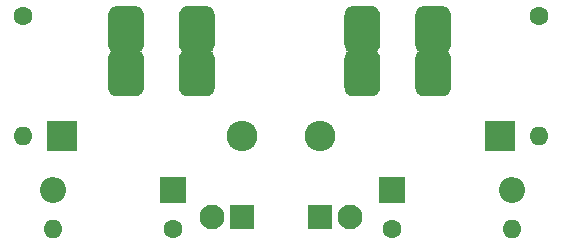
<source format=gbr>
G04 #@! TF.GenerationSoftware,KiCad,Pcbnew,5.1.5*
G04 #@! TF.CreationDate,2019-12-31T20:12:46-05:00*
G04 #@! TF.ProjectId,cm300-board,636d3330-302d-4626-9f61-72642e6b6963,rev?*
G04 #@! TF.SameCoordinates,Original*
G04 #@! TF.FileFunction,Copper,L1,Top*
G04 #@! TF.FilePolarity,Positive*
%FSLAX46Y46*%
G04 Gerber Fmt 4.6, Leading zero omitted, Abs format (unit mm)*
G04 Created by KiCad (PCBNEW 5.1.5) date 2019-12-31 20:12:46*
%MOMM*%
%LPD*%
G04 APERTURE LIST*
%ADD10C,0.100000*%
%ADD11O,1.600000X1.600000*%
%ADD12C,1.600000*%
%ADD13O,2.600000X2.600000*%
%ADD14R,2.600000X2.600000*%
%ADD15C,2.100000*%
%ADD16R,2.100000X2.100000*%
%ADD17O,2.200000X2.200000*%
%ADD18R,2.200000X2.200000*%
G04 APERTURE END LIST*
G04 #@! TA.AperFunction,ComponentPad*
D10*
G36*
X-972316487Y1053556389D02*
G01*
X-972243682Y1053545589D01*
X-972172286Y1053527705D01*
X-972102987Y1053502910D01*
X-972036452Y1053471441D01*
X-971973322Y1053433602D01*
X-971914205Y1053389758D01*
X-971859670Y1053340330D01*
X-971810242Y1053285795D01*
X-971766398Y1053226678D01*
X-971728559Y1053163548D01*
X-971697090Y1053097013D01*
X-971672295Y1053027714D01*
X-971654411Y1052956318D01*
X-971643611Y1052883513D01*
X-971640000Y1052810000D01*
X-971640000Y1050310000D01*
X-971643611Y1050236487D01*
X-971654411Y1050163682D01*
X-971672295Y1050092286D01*
X-971697090Y1050022987D01*
X-971728559Y1049956452D01*
X-971766398Y1049893322D01*
X-971810242Y1049834205D01*
X-971859670Y1049779670D01*
X-971914205Y1049730242D01*
X-971973322Y1049686398D01*
X-972036452Y1049648559D01*
X-972102987Y1049617090D01*
X-972172286Y1049592295D01*
X-972243682Y1049574411D01*
X-972316487Y1049563611D01*
X-972390000Y1049560000D01*
X-973890000Y1049560000D01*
X-973963513Y1049563611D01*
X-974036318Y1049574411D01*
X-974107714Y1049592295D01*
X-974177013Y1049617090D01*
X-974243548Y1049648559D01*
X-974306678Y1049686398D01*
X-974365795Y1049730242D01*
X-974420330Y1049779670D01*
X-974469758Y1049834205D01*
X-974513602Y1049893322D01*
X-974551441Y1049956452D01*
X-974582910Y1050022987D01*
X-974607705Y1050092286D01*
X-974625589Y1050163682D01*
X-974636389Y1050236487D01*
X-974640000Y1050310000D01*
X-974640000Y1052810000D01*
X-974636389Y1052883513D01*
X-974625589Y1052956318D01*
X-974607705Y1053027714D01*
X-974582910Y1053097013D01*
X-974551441Y1053163548D01*
X-974513602Y1053226678D01*
X-974469758Y1053285795D01*
X-974420330Y1053340330D01*
X-974365795Y1053389758D01*
X-974306678Y1053433602D01*
X-974243548Y1053471441D01*
X-974177013Y1053502910D01*
X-974107714Y1053527705D01*
X-974036318Y1053545589D01*
X-973963513Y1053556389D01*
X-973890000Y1053560000D01*
X-972390000Y1053560000D01*
X-972316487Y1053556389D01*
G37*
G04 #@! TD.AperFunction*
G04 #@! TA.AperFunction,ComponentPad*
G36*
X-972316487Y1057216389D02*
G01*
X-972243682Y1057205589D01*
X-972172286Y1057187705D01*
X-972102987Y1057162910D01*
X-972036452Y1057131441D01*
X-971973322Y1057093602D01*
X-971914205Y1057049758D01*
X-971859670Y1057000330D01*
X-971810242Y1056945795D01*
X-971766398Y1056886678D01*
X-971728559Y1056823548D01*
X-971697090Y1056757013D01*
X-971672295Y1056687714D01*
X-971654411Y1056616318D01*
X-971643611Y1056543513D01*
X-971640000Y1056470000D01*
X-971640000Y1053970000D01*
X-971643611Y1053896487D01*
X-971654411Y1053823682D01*
X-971672295Y1053752286D01*
X-971697090Y1053682987D01*
X-971728559Y1053616452D01*
X-971766398Y1053553322D01*
X-971810242Y1053494205D01*
X-971859670Y1053439670D01*
X-971914205Y1053390242D01*
X-971973322Y1053346398D01*
X-972036452Y1053308559D01*
X-972102987Y1053277090D01*
X-972172286Y1053252295D01*
X-972243682Y1053234411D01*
X-972316487Y1053223611D01*
X-972390000Y1053220000D01*
X-973890000Y1053220000D01*
X-973963513Y1053223611D01*
X-974036318Y1053234411D01*
X-974107714Y1053252295D01*
X-974177013Y1053277090D01*
X-974243548Y1053308559D01*
X-974306678Y1053346398D01*
X-974365795Y1053390242D01*
X-974420330Y1053439670D01*
X-974469758Y1053494205D01*
X-974513602Y1053553322D01*
X-974551441Y1053616452D01*
X-974582910Y1053682987D01*
X-974607705Y1053752286D01*
X-974625589Y1053823682D01*
X-974636389Y1053896487D01*
X-974640000Y1053970000D01*
X-974640000Y1056470000D01*
X-974636389Y1056543513D01*
X-974625589Y1056616318D01*
X-974607705Y1056687714D01*
X-974582910Y1056757013D01*
X-974551441Y1056823548D01*
X-974513602Y1056886678D01*
X-974469758Y1056945795D01*
X-974420330Y1057000330D01*
X-974365795Y1057049758D01*
X-974306678Y1057093602D01*
X-974243548Y1057131441D01*
X-974177013Y1057162910D01*
X-974107714Y1057187705D01*
X-974036318Y1057205589D01*
X-973963513Y1057216389D01*
X-973890000Y1057220000D01*
X-972390000Y1057220000D01*
X-972316487Y1057216389D01*
G37*
G04 #@! TD.AperFunction*
G04 #@! TA.AperFunction,ComponentPad*
G36*
X-978316487Y1053556389D02*
G01*
X-978243682Y1053545589D01*
X-978172286Y1053527705D01*
X-978102987Y1053502910D01*
X-978036452Y1053471441D01*
X-977973322Y1053433602D01*
X-977914205Y1053389758D01*
X-977859670Y1053340330D01*
X-977810242Y1053285795D01*
X-977766398Y1053226678D01*
X-977728559Y1053163548D01*
X-977697090Y1053097013D01*
X-977672295Y1053027714D01*
X-977654411Y1052956318D01*
X-977643611Y1052883513D01*
X-977640000Y1052810000D01*
X-977640000Y1050310000D01*
X-977643611Y1050236487D01*
X-977654411Y1050163682D01*
X-977672295Y1050092286D01*
X-977697090Y1050022987D01*
X-977728559Y1049956452D01*
X-977766398Y1049893322D01*
X-977810242Y1049834205D01*
X-977859670Y1049779670D01*
X-977914205Y1049730242D01*
X-977973322Y1049686398D01*
X-978036452Y1049648559D01*
X-978102987Y1049617090D01*
X-978172286Y1049592295D01*
X-978243682Y1049574411D01*
X-978316487Y1049563611D01*
X-978390000Y1049560000D01*
X-979890000Y1049560000D01*
X-979963513Y1049563611D01*
X-980036318Y1049574411D01*
X-980107714Y1049592295D01*
X-980177013Y1049617090D01*
X-980243548Y1049648559D01*
X-980306678Y1049686398D01*
X-980365795Y1049730242D01*
X-980420330Y1049779670D01*
X-980469758Y1049834205D01*
X-980513602Y1049893322D01*
X-980551441Y1049956452D01*
X-980582910Y1050022987D01*
X-980607705Y1050092286D01*
X-980625589Y1050163682D01*
X-980636389Y1050236487D01*
X-980640000Y1050310000D01*
X-980640000Y1052810000D01*
X-980636389Y1052883513D01*
X-980625589Y1052956318D01*
X-980607705Y1053027714D01*
X-980582910Y1053097013D01*
X-980551441Y1053163548D01*
X-980513602Y1053226678D01*
X-980469758Y1053285795D01*
X-980420330Y1053340330D01*
X-980365795Y1053389758D01*
X-980306678Y1053433602D01*
X-980243548Y1053471441D01*
X-980177013Y1053502910D01*
X-980107714Y1053527705D01*
X-980036318Y1053545589D01*
X-979963513Y1053556389D01*
X-979890000Y1053560000D01*
X-978390000Y1053560000D01*
X-978316487Y1053556389D01*
G37*
G04 #@! TD.AperFunction*
G04 #@! TA.AperFunction,ComponentPad*
G36*
X-978316487Y1057216389D02*
G01*
X-978243682Y1057205589D01*
X-978172286Y1057187705D01*
X-978102987Y1057162910D01*
X-978036452Y1057131441D01*
X-977973322Y1057093602D01*
X-977914205Y1057049758D01*
X-977859670Y1057000330D01*
X-977810242Y1056945795D01*
X-977766398Y1056886678D01*
X-977728559Y1056823548D01*
X-977697090Y1056757013D01*
X-977672295Y1056687714D01*
X-977654411Y1056616318D01*
X-977643611Y1056543513D01*
X-977640000Y1056470000D01*
X-977640000Y1053970000D01*
X-977643611Y1053896487D01*
X-977654411Y1053823682D01*
X-977672295Y1053752286D01*
X-977697090Y1053682987D01*
X-977728559Y1053616452D01*
X-977766398Y1053553322D01*
X-977810242Y1053494205D01*
X-977859670Y1053439670D01*
X-977914205Y1053390242D01*
X-977973322Y1053346398D01*
X-978036452Y1053308559D01*
X-978102987Y1053277090D01*
X-978172286Y1053252295D01*
X-978243682Y1053234411D01*
X-978316487Y1053223611D01*
X-978390000Y1053220000D01*
X-979890000Y1053220000D01*
X-979963513Y1053223611D01*
X-980036318Y1053234411D01*
X-980107714Y1053252295D01*
X-980177013Y1053277090D01*
X-980243548Y1053308559D01*
X-980306678Y1053346398D01*
X-980365795Y1053390242D01*
X-980420330Y1053439670D01*
X-980469758Y1053494205D01*
X-980513602Y1053553322D01*
X-980551441Y1053616452D01*
X-980582910Y1053682987D01*
X-980607705Y1053752286D01*
X-980625589Y1053823682D01*
X-980636389Y1053896487D01*
X-980640000Y1053970000D01*
X-980640000Y1056470000D01*
X-980636389Y1056543513D01*
X-980625589Y1056616318D01*
X-980607705Y1056687714D01*
X-980582910Y1056757013D01*
X-980551441Y1056823548D01*
X-980513602Y1056886678D01*
X-980469758Y1056945795D01*
X-980420330Y1057000330D01*
X-980365795Y1057049758D01*
X-980306678Y1057093602D01*
X-980243548Y1057131441D01*
X-980177013Y1057162910D01*
X-980107714Y1057187705D01*
X-980036318Y1057205589D01*
X-979963513Y1057216389D01*
X-979890000Y1057220000D01*
X-978390000Y1057220000D01*
X-978316487Y1057216389D01*
G37*
G04 #@! TD.AperFunction*
G04 #@! TA.AperFunction,ComponentPad*
G36*
X-998316487Y1053556389D02*
G01*
X-998243682Y1053545589D01*
X-998172286Y1053527705D01*
X-998102987Y1053502910D01*
X-998036452Y1053471441D01*
X-997973322Y1053433602D01*
X-997914205Y1053389758D01*
X-997859670Y1053340330D01*
X-997810242Y1053285795D01*
X-997766398Y1053226678D01*
X-997728559Y1053163548D01*
X-997697090Y1053097013D01*
X-997672295Y1053027714D01*
X-997654411Y1052956318D01*
X-997643611Y1052883513D01*
X-997640000Y1052810000D01*
X-997640000Y1050310000D01*
X-997643611Y1050236487D01*
X-997654411Y1050163682D01*
X-997672295Y1050092286D01*
X-997697090Y1050022987D01*
X-997728559Y1049956452D01*
X-997766398Y1049893322D01*
X-997810242Y1049834205D01*
X-997859670Y1049779670D01*
X-997914205Y1049730242D01*
X-997973322Y1049686398D01*
X-998036452Y1049648559D01*
X-998102987Y1049617090D01*
X-998172286Y1049592295D01*
X-998243682Y1049574411D01*
X-998316487Y1049563611D01*
X-998390000Y1049560000D01*
X-999890000Y1049560000D01*
X-999963513Y1049563611D01*
X-1000036318Y1049574411D01*
X-1000107714Y1049592295D01*
X-1000177013Y1049617090D01*
X-1000243548Y1049648559D01*
X-1000306678Y1049686398D01*
X-1000365795Y1049730242D01*
X-1000420330Y1049779670D01*
X-1000469758Y1049834205D01*
X-1000513602Y1049893322D01*
X-1000551441Y1049956452D01*
X-1000582910Y1050022987D01*
X-1000607705Y1050092286D01*
X-1000625589Y1050163682D01*
X-1000636389Y1050236487D01*
X-1000640000Y1050310000D01*
X-1000640000Y1052810000D01*
X-1000636389Y1052883513D01*
X-1000625589Y1052956318D01*
X-1000607705Y1053027714D01*
X-1000582910Y1053097013D01*
X-1000551441Y1053163548D01*
X-1000513602Y1053226678D01*
X-1000469758Y1053285795D01*
X-1000420330Y1053340330D01*
X-1000365795Y1053389758D01*
X-1000306678Y1053433602D01*
X-1000243548Y1053471441D01*
X-1000177013Y1053502910D01*
X-1000107714Y1053527705D01*
X-1000036318Y1053545589D01*
X-999963513Y1053556389D01*
X-999890000Y1053560000D01*
X-998390000Y1053560000D01*
X-998316487Y1053556389D01*
G37*
G04 #@! TD.AperFunction*
G04 #@! TA.AperFunction,ComponentPad*
G36*
X-998316487Y1057216389D02*
G01*
X-998243682Y1057205589D01*
X-998172286Y1057187705D01*
X-998102987Y1057162910D01*
X-998036452Y1057131441D01*
X-997973322Y1057093602D01*
X-997914205Y1057049758D01*
X-997859670Y1057000330D01*
X-997810242Y1056945795D01*
X-997766398Y1056886678D01*
X-997728559Y1056823548D01*
X-997697090Y1056757013D01*
X-997672295Y1056687714D01*
X-997654411Y1056616318D01*
X-997643611Y1056543513D01*
X-997640000Y1056470000D01*
X-997640000Y1053970000D01*
X-997643611Y1053896487D01*
X-997654411Y1053823682D01*
X-997672295Y1053752286D01*
X-997697090Y1053682987D01*
X-997728559Y1053616452D01*
X-997766398Y1053553322D01*
X-997810242Y1053494205D01*
X-997859670Y1053439670D01*
X-997914205Y1053390242D01*
X-997973322Y1053346398D01*
X-998036452Y1053308559D01*
X-998102987Y1053277090D01*
X-998172286Y1053252295D01*
X-998243682Y1053234411D01*
X-998316487Y1053223611D01*
X-998390000Y1053220000D01*
X-999890000Y1053220000D01*
X-999963513Y1053223611D01*
X-1000036318Y1053234411D01*
X-1000107714Y1053252295D01*
X-1000177013Y1053277090D01*
X-1000243548Y1053308559D01*
X-1000306678Y1053346398D01*
X-1000365795Y1053390242D01*
X-1000420330Y1053439670D01*
X-1000469758Y1053494205D01*
X-1000513602Y1053553322D01*
X-1000551441Y1053616452D01*
X-1000582910Y1053682987D01*
X-1000607705Y1053752286D01*
X-1000625589Y1053823682D01*
X-1000636389Y1053896487D01*
X-1000640000Y1053970000D01*
X-1000640000Y1056470000D01*
X-1000636389Y1056543513D01*
X-1000625589Y1056616318D01*
X-1000607705Y1056687714D01*
X-1000582910Y1056757013D01*
X-1000551441Y1056823548D01*
X-1000513602Y1056886678D01*
X-1000469758Y1056945795D01*
X-1000420330Y1057000330D01*
X-1000365795Y1057049758D01*
X-1000306678Y1057093602D01*
X-1000243548Y1057131441D01*
X-1000177013Y1057162910D01*
X-1000107714Y1057187705D01*
X-1000036318Y1057205589D01*
X-999963513Y1057216389D01*
X-999890000Y1057220000D01*
X-998390000Y1057220000D01*
X-998316487Y1057216389D01*
G37*
G04 #@! TD.AperFunction*
G04 #@! TA.AperFunction,ComponentPad*
G36*
X-992316487Y1053556389D02*
G01*
X-992243682Y1053545589D01*
X-992172286Y1053527705D01*
X-992102987Y1053502910D01*
X-992036452Y1053471441D01*
X-991973322Y1053433602D01*
X-991914205Y1053389758D01*
X-991859670Y1053340330D01*
X-991810242Y1053285795D01*
X-991766398Y1053226678D01*
X-991728559Y1053163548D01*
X-991697090Y1053097013D01*
X-991672295Y1053027714D01*
X-991654411Y1052956318D01*
X-991643611Y1052883513D01*
X-991640000Y1052810000D01*
X-991640000Y1050310000D01*
X-991643611Y1050236487D01*
X-991654411Y1050163682D01*
X-991672295Y1050092286D01*
X-991697090Y1050022987D01*
X-991728559Y1049956452D01*
X-991766398Y1049893322D01*
X-991810242Y1049834205D01*
X-991859670Y1049779670D01*
X-991914205Y1049730242D01*
X-991973322Y1049686398D01*
X-992036452Y1049648559D01*
X-992102987Y1049617090D01*
X-992172286Y1049592295D01*
X-992243682Y1049574411D01*
X-992316487Y1049563611D01*
X-992390000Y1049560000D01*
X-993890000Y1049560000D01*
X-993963513Y1049563611D01*
X-994036318Y1049574411D01*
X-994107714Y1049592295D01*
X-994177013Y1049617090D01*
X-994243548Y1049648559D01*
X-994306678Y1049686398D01*
X-994365795Y1049730242D01*
X-994420330Y1049779670D01*
X-994469758Y1049834205D01*
X-994513602Y1049893322D01*
X-994551441Y1049956452D01*
X-994582910Y1050022987D01*
X-994607705Y1050092286D01*
X-994625589Y1050163682D01*
X-994636389Y1050236487D01*
X-994640000Y1050310000D01*
X-994640000Y1052810000D01*
X-994636389Y1052883513D01*
X-994625589Y1052956318D01*
X-994607705Y1053027714D01*
X-994582910Y1053097013D01*
X-994551441Y1053163548D01*
X-994513602Y1053226678D01*
X-994469758Y1053285795D01*
X-994420330Y1053340330D01*
X-994365795Y1053389758D01*
X-994306678Y1053433602D01*
X-994243548Y1053471441D01*
X-994177013Y1053502910D01*
X-994107714Y1053527705D01*
X-994036318Y1053545589D01*
X-993963513Y1053556389D01*
X-993890000Y1053560000D01*
X-992390000Y1053560000D01*
X-992316487Y1053556389D01*
G37*
G04 #@! TD.AperFunction*
G04 #@! TA.AperFunction,ComponentPad*
G36*
X-992316487Y1057216389D02*
G01*
X-992243682Y1057205589D01*
X-992172286Y1057187705D01*
X-992102987Y1057162910D01*
X-992036452Y1057131441D01*
X-991973322Y1057093602D01*
X-991914205Y1057049758D01*
X-991859670Y1057000330D01*
X-991810242Y1056945795D01*
X-991766398Y1056886678D01*
X-991728559Y1056823548D01*
X-991697090Y1056757013D01*
X-991672295Y1056687714D01*
X-991654411Y1056616318D01*
X-991643611Y1056543513D01*
X-991640000Y1056470000D01*
X-991640000Y1053970000D01*
X-991643611Y1053896487D01*
X-991654411Y1053823682D01*
X-991672295Y1053752286D01*
X-991697090Y1053682987D01*
X-991728559Y1053616452D01*
X-991766398Y1053553322D01*
X-991810242Y1053494205D01*
X-991859670Y1053439670D01*
X-991914205Y1053390242D01*
X-991973322Y1053346398D01*
X-992036452Y1053308559D01*
X-992102987Y1053277090D01*
X-992172286Y1053252295D01*
X-992243682Y1053234411D01*
X-992316487Y1053223611D01*
X-992390000Y1053220000D01*
X-993890000Y1053220000D01*
X-993963513Y1053223611D01*
X-994036318Y1053234411D01*
X-994107714Y1053252295D01*
X-994177013Y1053277090D01*
X-994243548Y1053308559D01*
X-994306678Y1053346398D01*
X-994365795Y1053390242D01*
X-994420330Y1053439670D01*
X-994469758Y1053494205D01*
X-994513602Y1053553322D01*
X-994551441Y1053616452D01*
X-994582910Y1053682987D01*
X-994607705Y1053752286D01*
X-994625589Y1053823682D01*
X-994636389Y1053896487D01*
X-994640000Y1053970000D01*
X-994640000Y1056470000D01*
X-994636389Y1056543513D01*
X-994625589Y1056616318D01*
X-994607705Y1056687714D01*
X-994582910Y1056757013D01*
X-994551441Y1056823548D01*
X-994513602Y1056886678D01*
X-994469758Y1056945795D01*
X-994420330Y1057000330D01*
X-994365795Y1057049758D01*
X-994306678Y1057093602D01*
X-994243548Y1057131441D01*
X-994177013Y1057162910D01*
X-994107714Y1057187705D01*
X-994036318Y1057205589D01*
X-993963513Y1057216389D01*
X-993890000Y1057220000D01*
X-992390000Y1057220000D01*
X-992316487Y1057216389D01*
G37*
G04 #@! TD.AperFunction*
D11*
X-964184000Y1046226000D03*
D12*
X-964184000Y1056386000D03*
D11*
X-966470000Y1038352000D03*
D12*
X-976630000Y1038352000D03*
D11*
X-1005332000Y1038352000D03*
D12*
X-995172000Y1038352000D03*
D11*
X-1007872000Y1046226000D03*
D12*
X-1007872000Y1056386000D03*
D13*
X-989330000Y1046226000D03*
D14*
X-1004570000Y1046226000D03*
D15*
X-980186000Y1039368000D03*
D16*
X-982726000Y1039368000D03*
D13*
X-982726000Y1046226000D03*
D14*
X-967486000Y1046226000D03*
D17*
X-966470000Y1041654000D03*
D18*
X-976630000Y1041654000D03*
D15*
X-991870000Y1039368000D03*
D16*
X-989330000Y1039368000D03*
D17*
X-1005332000Y1041654000D03*
D18*
X-995172000Y1041654000D03*
M02*

</source>
